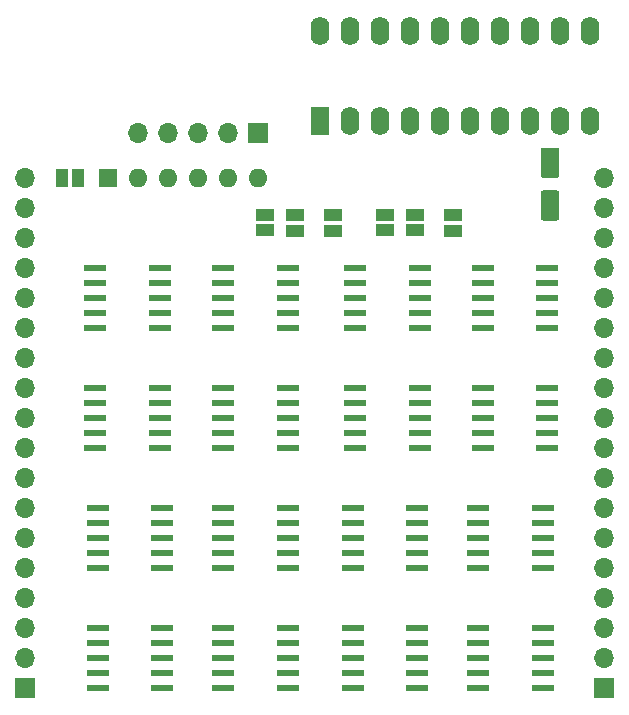
<source format=gbr>
%TF.GenerationSoftware,KiCad,Pcbnew,5.1.10*%
%TF.CreationDate,2021-12-22T00:08:39-07:00*%
%TF.ProjectId,Bondwell1MB,426f6e64-7765-46c6-9c31-4d422e6b6963,rev?*%
%TF.SameCoordinates,Original*%
%TF.FileFunction,Soldermask,Top*%
%TF.FilePolarity,Negative*%
%FSLAX46Y46*%
G04 Gerber Fmt 4.6, Leading zero omitted, Abs format (unit mm)*
G04 Created by KiCad (PCBNEW 5.1.10) date 2021-12-22 00:08:39*
%MOMM*%
%LPD*%
G01*
G04 APERTURE LIST*
%ADD10O,1.700000X1.700000*%
%ADD11R,1.700000X1.700000*%
%ADD12O,1.600000X2.400000*%
%ADD13R,1.600000X2.400000*%
%ADD14R,1.500000X1.000000*%
%ADD15R,1.900000X0.600000*%
%ADD16O,1.600000X1.600000*%
%ADD17R,1.600000X1.600000*%
%ADD18R,1.000000X1.500000*%
G04 APERTURE END LIST*
D10*
%TO.C,J1*%
X83185000Y-80010000D03*
X85725000Y-80010000D03*
X88265000Y-80010000D03*
X90805000Y-80010000D03*
D11*
X93345000Y-80010000D03*
%TD*%
D12*
%TO.C,U5*%
X98660000Y-71380000D03*
X121520000Y-79000000D03*
X101200000Y-71380000D03*
X118980000Y-79000000D03*
X103740000Y-71380000D03*
X116440000Y-79000000D03*
X106280000Y-71380000D03*
X113900000Y-79000000D03*
X108820000Y-71380000D03*
X111360000Y-79000000D03*
X111360000Y-71380000D03*
X108820000Y-79000000D03*
X113900000Y-71380000D03*
X106280000Y-79000000D03*
X116440000Y-71380000D03*
X103740000Y-79000000D03*
X118980000Y-71380000D03*
X101200000Y-79000000D03*
X121520000Y-71380000D03*
D13*
X98660000Y-79000000D03*
%TD*%
D14*
%TO.C,JC0*%
X106680000Y-88265000D03*
X106680000Y-86965000D03*
%TD*%
%TO.C,JC2*%
X96520000Y-88280000D03*
X96520000Y-86980000D03*
%TD*%
D10*
%TO.C,J6*%
X73660000Y-83820000D03*
X73660000Y-86360000D03*
X73660000Y-88900000D03*
X73660000Y-91440000D03*
X73660000Y-93980000D03*
X73660000Y-96520000D03*
X73660000Y-99060000D03*
X73660000Y-101600000D03*
X73660000Y-104140000D03*
X73660000Y-106680000D03*
X73660000Y-109220000D03*
X73660000Y-111760000D03*
X73660000Y-114300000D03*
X73660000Y-116840000D03*
X73660000Y-119380000D03*
X73660000Y-121920000D03*
X73660000Y-124460000D03*
D11*
X73660000Y-127000000D03*
%TD*%
D15*
%TO.C,U8*%
X95885000Y-91440000D03*
X90385000Y-91440000D03*
X95885000Y-92710000D03*
X90385000Y-92710000D03*
X95885000Y-93980000D03*
X90385000Y-93980000D03*
X95885000Y-95250000D03*
X90385000Y-95250000D03*
X95885000Y-96520000D03*
X90385000Y-96520000D03*
X95885000Y-101600000D03*
X90385000Y-101600000D03*
X95885000Y-102870000D03*
X90385000Y-102870000D03*
X95885000Y-104140000D03*
X90385000Y-104140000D03*
X95885000Y-105410000D03*
X90385000Y-105410000D03*
X95885000Y-106680000D03*
X90385000Y-106680000D03*
%TD*%
%TO.C,U3*%
X95885000Y-111760000D03*
X90385000Y-111760000D03*
X95885000Y-113030000D03*
X90385000Y-113030000D03*
X95885000Y-114300000D03*
X90385000Y-114300000D03*
X95885000Y-115570000D03*
X90385000Y-115570000D03*
X95885000Y-116840000D03*
X90385000Y-116840000D03*
X95885000Y-121920000D03*
X90385000Y-121920000D03*
X95885000Y-123190000D03*
X90385000Y-123190000D03*
X95885000Y-124460000D03*
X90385000Y-124460000D03*
X95885000Y-125730000D03*
X90385000Y-125730000D03*
X95885000Y-127000000D03*
X90385000Y-127000000D03*
%TD*%
%TO.C,U4*%
X85300000Y-111760000D03*
X79800000Y-111760000D03*
X85300000Y-113030000D03*
X79800000Y-113030000D03*
X85300000Y-114300000D03*
X79800000Y-114300000D03*
X85300000Y-115570000D03*
X79800000Y-115570000D03*
X85300000Y-116840000D03*
X79800000Y-116840000D03*
X85300000Y-121920000D03*
X79800000Y-121920000D03*
X85300000Y-123190000D03*
X79800000Y-123190000D03*
X85300000Y-124460000D03*
X79800000Y-124460000D03*
X85300000Y-125730000D03*
X79800000Y-125730000D03*
X85300000Y-127000000D03*
X79800000Y-127000000D03*
%TD*%
%TO.C,U2*%
X106890000Y-111760000D03*
X101390000Y-111760000D03*
X106890000Y-113030000D03*
X101390000Y-113030000D03*
X106890000Y-114300000D03*
X101390000Y-114300000D03*
X106890000Y-115570000D03*
X101390000Y-115570000D03*
X106890000Y-116840000D03*
X101390000Y-116840000D03*
X106890000Y-121920000D03*
X101390000Y-121920000D03*
X106890000Y-123190000D03*
X101390000Y-123190000D03*
X106890000Y-124460000D03*
X101390000Y-124460000D03*
X106890000Y-125730000D03*
X101390000Y-125730000D03*
X106890000Y-127000000D03*
X101390000Y-127000000D03*
%TD*%
%TO.C,U9*%
X85090000Y-91440000D03*
X79590000Y-91440000D03*
X85090000Y-92710000D03*
X79590000Y-92710000D03*
X85090000Y-93980000D03*
X79590000Y-93980000D03*
X85090000Y-95250000D03*
X79590000Y-95250000D03*
X85090000Y-96520000D03*
X79590000Y-96520000D03*
X85090000Y-101600000D03*
X79590000Y-101600000D03*
X85090000Y-102870000D03*
X79590000Y-102870000D03*
X85090000Y-104140000D03*
X79590000Y-104140000D03*
X85090000Y-105410000D03*
X79590000Y-105410000D03*
X85090000Y-106680000D03*
X79590000Y-106680000D03*
%TD*%
%TO.C,U7*%
X107100000Y-91440000D03*
X101600000Y-91440000D03*
X107100000Y-92710000D03*
X101600000Y-92710000D03*
X107100000Y-93980000D03*
X101600000Y-93980000D03*
X107100000Y-95250000D03*
X101600000Y-95250000D03*
X107100000Y-96520000D03*
X101600000Y-96520000D03*
X107100000Y-101600000D03*
X101600000Y-101600000D03*
X107100000Y-102870000D03*
X101600000Y-102870000D03*
X107100000Y-104140000D03*
X101600000Y-104140000D03*
X107100000Y-105410000D03*
X101600000Y-105410000D03*
X107100000Y-106680000D03*
X101600000Y-106680000D03*
%TD*%
%TO.C,U1*%
X117475000Y-111760000D03*
X111975000Y-111760000D03*
X117475000Y-113030000D03*
X111975000Y-113030000D03*
X117475000Y-114300000D03*
X111975000Y-114300000D03*
X117475000Y-115570000D03*
X111975000Y-115570000D03*
X117475000Y-116840000D03*
X111975000Y-116840000D03*
X117475000Y-121920000D03*
X111975000Y-121920000D03*
X117475000Y-123190000D03*
X111975000Y-123190000D03*
X117475000Y-124460000D03*
X111975000Y-124460000D03*
X117475000Y-125730000D03*
X111975000Y-125730000D03*
X117475000Y-127000000D03*
X111975000Y-127000000D03*
%TD*%
%TO.C,U6*%
X117895000Y-91440000D03*
X112395000Y-91440000D03*
X117895000Y-92710000D03*
X112395000Y-92710000D03*
X117895000Y-93980000D03*
X112395000Y-93980000D03*
X117895000Y-95250000D03*
X112395000Y-95250000D03*
X117895000Y-96520000D03*
X112395000Y-96520000D03*
X117895000Y-101600000D03*
X112395000Y-101600000D03*
X117895000Y-102870000D03*
X112395000Y-102870000D03*
X117895000Y-104140000D03*
X112395000Y-104140000D03*
X117895000Y-105410000D03*
X112395000Y-105410000D03*
X117895000Y-106680000D03*
X112395000Y-106680000D03*
%TD*%
D16*
%TO.C,RN1*%
X93345000Y-83820000D03*
X90805000Y-83820000D03*
X88265000Y-83820000D03*
X85725000Y-83820000D03*
X83185000Y-83820000D03*
D17*
X80645000Y-83820000D03*
%TD*%
D14*
%TO.C,JR0*%
X109855000Y-88280000D03*
X109855000Y-86980000D03*
%TD*%
%TO.C,JC3*%
X93980000Y-88265000D03*
X93980000Y-86965000D03*
%TD*%
%TO.C,JC1*%
X104140000Y-88265000D03*
X104140000Y-86965000D03*
%TD*%
D18*
%TO.C,JOE*%
X78120000Y-83820000D03*
X76820000Y-83820000D03*
%TD*%
D14*
%TO.C,JA9*%
X99695000Y-88280000D03*
X99695000Y-86980000D03*
%TD*%
D10*
%TO.C,J5*%
X122660000Y-83820000D03*
X122660000Y-86360000D03*
X122660000Y-88900000D03*
X122660000Y-91440000D03*
X122660000Y-93980000D03*
X122660000Y-96520000D03*
X122660000Y-99060000D03*
X122660000Y-101600000D03*
X122660000Y-104140000D03*
X122660000Y-106680000D03*
X122660000Y-109220000D03*
X122660000Y-111760000D03*
X122660000Y-114300000D03*
X122660000Y-116840000D03*
X122660000Y-119380000D03*
X122660000Y-121920000D03*
X122660000Y-124460000D03*
D11*
X122660000Y-127000000D03*
%TD*%
%TO.C,C10*%
G36*
G01*
X118660000Y-83850000D02*
X117560000Y-83850000D01*
G75*
G02*
X117310000Y-83600000I0J250000D01*
G01*
X117310000Y-81500000D01*
G75*
G02*
X117560000Y-81250000I250000J0D01*
G01*
X118660000Y-81250000D01*
G75*
G02*
X118910000Y-81500000I0J-250000D01*
G01*
X118910000Y-83600000D01*
G75*
G02*
X118660000Y-83850000I-250000J0D01*
G01*
G37*
G36*
G01*
X118660000Y-87450000D02*
X117560000Y-87450000D01*
G75*
G02*
X117310000Y-87200000I0J250000D01*
G01*
X117310000Y-85100000D01*
G75*
G02*
X117560000Y-84850000I250000J0D01*
G01*
X118660000Y-84850000D01*
G75*
G02*
X118910000Y-85100000I0J-250000D01*
G01*
X118910000Y-87200000D01*
G75*
G02*
X118660000Y-87450000I-250000J0D01*
G01*
G37*
%TD*%
M02*

</source>
